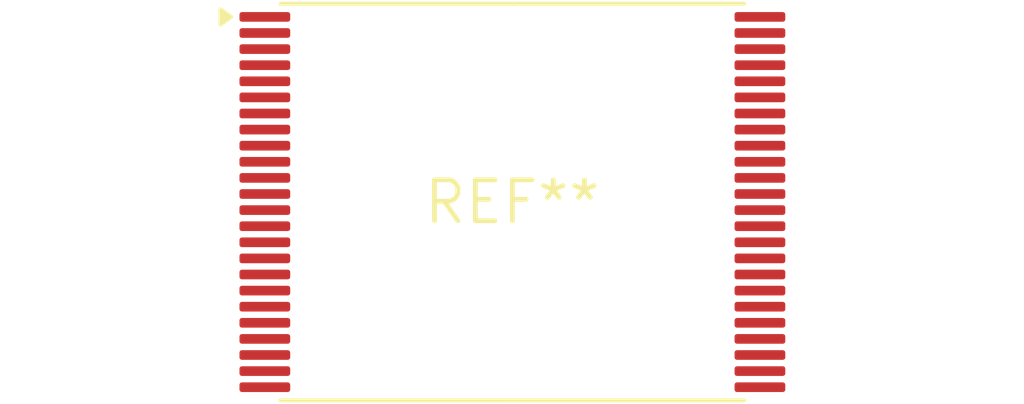
<source format=kicad_pcb>
(kicad_pcb (version 20240108) (generator pcbnew)
  (layers (0 "F.Cu" signal) (31 "B.Cu" signal) (34 "B.Paste" user) (35 "F.Paste" user) (36 "B.SilkS" user "B.Silkscreen") (37 "F.SilkS" user "F.Silkscreen") (38 "B.Mask" user) (39 "F.Mask" user) (44 "Edge.Cuts" user))
  (net 0 "")
  (footprint "TSOP-I-48_14.4x12mm_P0.5mm" (layer "F.Cu") (at 0 0)
    (property "Reference" "REF**")
    (property "Value" "TSOP-I-48_14.4x12mm_P0.5mm")
    (fp_line (start 0 -6.16) (end -7.2 -6.16) (layer "F.SilkS") (stroke (width 0.12)))
    (fp_line (start 0 -6.16) (end 7.2 -6.16) (layer "F.SilkS") (stroke (width 0.12)))
    (fp_line (start 0 6.16) (end -7.2 6.16) (layer "F.SilkS") (stroke (width 0.12)))
    (fp_line (start 0 6.16) (end 7.2 6.16) (layer "F.SilkS") (stroke (width 0.12)))
    (fp_poly (pts (xy -8.735 -5.75) (xy -9.065 -5.99) (xy -9.065 -5.51) (xy -8.735 -5.75)) (layer "F.SilkS") (stroke (width 0.12)) (fill solid))
    (pad "1" smd roundrect (at -7.6875 -5.75) (size 1.575 0.3) (layers "F.Cu" "F.Paste" "F.Mask"))
    (pad "2" smd roundrect (at -7.6875 -5.25) (size 1.575 0.3) (layers "F.Cu" "F.Paste" "F.Mask"))
    (pad "3" smd roundrect (at -7.6875 -4.75) (size 1.575 0.3) (layers "F.Cu" "F.Paste" "F.Mask"))
    (pad "4" smd roundrect (at -7.6875 -4.25) (size 1.575 0.3) (layers "F.Cu" "F.Paste" "F.Mask"))
    (pad "5" smd roundrect (at -7.6875 -3.75) (size 1.575 0.3) (layers "F.Cu" "F.Paste" "F.Mask"))
    (pad "6" smd roundrect (at -7.6875 -3.25) (size 1.575 0.3) (layers "F.Cu" "F.Paste" "F.Mask"))
    (pad "7" smd roundrect (at -7.6875 -2.75) (size 1.575 0.3) (layers "F.Cu" "F.Paste" "F.Mask"))
    (pad "8" smd roundrect (at -7.6875 -2.25) (size 1.575 0.3) (layers "F.Cu" "F.Paste" "F.Mask"))
    (pad "9" smd roundrect (at -7.6875 -1.75) (size 1.575 0.3) (layers "F.Cu" "F.Paste" "F.Mask"))
    (pad "10" smd roundrect (at -7.6875 -1.25) (size 1.575 0.3) (layers "F.Cu" "F.Paste" "F.Mask"))
    (pad "11" smd roundrect (at -7.6875 -0.75) (size 1.575 0.3) (layers "F.Cu" "F.Paste" "F.Mask"))
    (pad "12" smd roundrect (at -7.6875 -0.25) (size 1.575 0.3) (layers "F.Cu" "F.Paste" "F.Mask"))
    (pad "13" smd roundrect (at -7.6875 0.25) (size 1.575 0.3) (layers "F.Cu" "F.Paste" "F.Mask"))
    (pad "14" smd roundrect (at -7.6875 0.75) (size 1.575 0.3) (layers "F.Cu" "F.Paste" "F.Mask"))
    (pad "15" smd roundrect (at -7.6875 1.25) (size 1.575 0.3) (layers "F.Cu" "F.Paste" "F.Mask"))
    (pad "16" smd roundrect (at -7.6875 1.75) (size 1.575 0.3) (layers "F.Cu" "F.Paste" "F.Mask"))
    (pad "17" smd roundrect (at -7.6875 2.25) (size 1.575 0.3) (layers "F.Cu" "F.Paste" "F.Mask"))
    (pad "18" smd roundrect (at -7.6875 2.75) (size 1.575 0.3) (layers "F.Cu" "F.Paste" "F.Mask"))
    (pad "19" smd roundrect (at -7.6875 3.25) (size 1.575 0.3) (layers "F.Cu" "F.Paste" "F.Mask"))
    (pad "20" smd roundrect (at -7.6875 3.75) (size 1.575 0.3) (layers "F.Cu" "F.Paste" "F.Mask"))
    (pad "21" smd roundrect (at -7.6875 4.25) (size 1.575 0.3) (layers "F.Cu" "F.Paste" "F.Mask"))
    (pad "22" smd roundrect (at -7.6875 4.75) (size 1.575 0.3) (layers "F.Cu" "F.Paste" "F.Mask"))
    (pad "23" smd roundrect (at -7.6875 5.25) (size 1.575 0.3) (layers "F.Cu" "F.Paste" "F.Mask"))
    (pad "24" smd roundrect (at -7.6875 5.75) (size 1.575 0.3) (layers "F.Cu" "F.Paste" "F.Mask"))
    (pad "25" smd roundrect (at 7.6875 5.75) (size 1.575 0.3) (layers "F.Cu" "F.Paste" "F.Mask"))
    (pad "26" smd roundrect (at 7.6875 5.25) (size 1.575 0.3) (layers "F.Cu" "F.Paste" "F.Mask"))
    (pad "27" smd roundrect (at 7.6875 4.75) (size 1.575 0.3) (layers "F.Cu" "F.Paste" "F.Mask"))
    (pad "28" smd roundrect (at 7.6875 4.25) (size 1.575 0.3) (layers "F.Cu" "F.Paste" "F.Mask"))
    (pad "29" smd roundrect (at 7.6875 3.75) (size 1.575 0.3) (layers "F.Cu" "F.Paste" "F.Mask"))
    (pad "30" smd roundrect (at 7.6875 3.25) (size 1.575 0.3) (layers "F.Cu" "F.Paste" "F.Mask"))
    (pad "31" smd roundrect (at 7.6875 2.75) (size 1.575 0.3) (layers "F.Cu" "F.Paste" "F.Mask"))
    (pad "32" smd roundrect (at 7.6875 2.25) (size 1.575 0.3) (layers "F.Cu" "F.Paste" "F.Mask"))
    (pad "33" smd roundrect (at 7.6875 1.75) (size 1.575 0.3) (layers "F.Cu" "F.Paste" "F.Mask"))
    (pad "34" smd roundrect (at 7.6875 1.25) (size 1.575 0.3) (layers "F.Cu" "F.Paste" "F.Mask"))
    (pad "35" smd roundrect (at 7.6875 0.75) (size 1.575 0.3) (layers "F.Cu" "F.Paste" "F.Mask"))
    (pad "36" smd roundrect (at 7.6875 0.25) (size 1.575 0.3) (layers "F.Cu" "F.Paste" "F.Mask"))
    (pad "37" smd roundrect (at 7.6875 -0.25) (size 1.575 0.3) (layers "F.Cu" "F.Paste" "F.Mask"))
    (pad "38" smd roundrect (at 7.6875 -0.75) (size 1.575 0.3) (layers "F.Cu" "F.Paste" "F.Mask"))
    (pad "39" smd roundrect (at 7.6875 -1.25) (size 1.575 0.3) (layers "F.Cu" "F.Paste" "F.Mask"))
    (pad "40" smd roundrect (at 7.6875 -1.75) (size 1.575 0.3) (layers "F.Cu" "F.Paste" "F.Mask"))
    (pad "41" smd roundrect (at 7.6875 -2.25) (size 1.575 0.3) (layers "F.Cu" "F.Paste" "F.Mask"))
    (pad "42" smd roundrect (at 7.6875 -2.75) (size 1.575 0.3) (layers "F.Cu" "F.Paste" "F.Mask"))
    (pad "43" smd roundrect (at 7.6875 -3.25) (size 1.575 0.3) (layers "F.Cu" "F.Paste" "F.Mask"))
    (pad "44" smd roundrect (at 7.6875 -3.75) (size 1.575 0.3) (layers "F.Cu" "F.Paste" "F.Mask"))
    (pad "45" smd roundrect (at 7.6875 -4.25) (size 1.575 0.3) (layers "F.Cu" "F.Paste" "F.Mask"))
    (pad "46" smd roundrect (at 7.6875 -4.75) (size 1.575 0.3) (layers "F.Cu" "F.Paste" "F.Mask"))
    (pad "47" smd roundrect (at 7.6875 -5.25) (size 1.575 0.3) (layers "F.Cu" "F.Paste" "F.Mask"))
    (pad "48" smd roundrect (at 7.6875 -5.75) (size 1.575 0.3) (layers "F.Cu" "F.Paste" "F.Mask"))
  )
)
</source>
